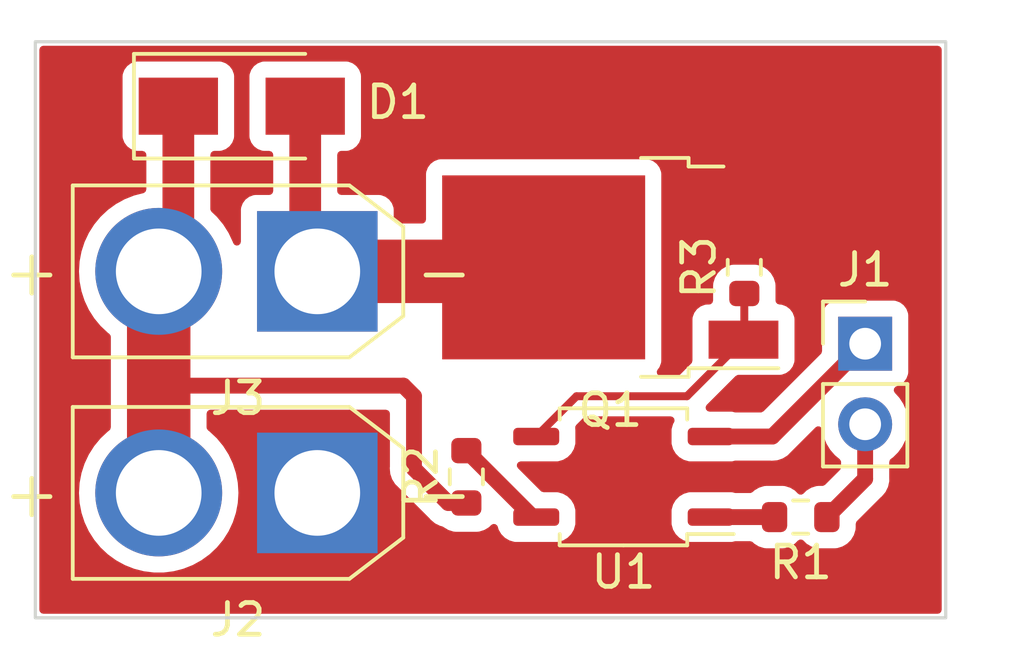
<source format=kicad_pcb>
(kicad_pcb (version 20211014) (generator pcbnew)
  (layers (0 "F.Cu" signal) (31 "B.Cu" signal) (34 "B.Paste" user) (35 "F.Paste" user) (36 "B.SilkS" user "B.Silkscreen") (37 "F.SilkS" user "F.Silkscreen") (38 "B.Mask" user) (39 "F.Mask" user) (44 "Edge.Cuts" user))
  (net 0 "")
  (net 1 "VBUS")
  (net 2 "Net-(D1-Pad2)")
  (net 3 "Net-(J1-Pad1)")
  (net 4 "Net-(J1-Pad2)")
  (net 5 "GND")
  (net 6 "Net-(Q1-Pad1)")
  (net 7 "Net-(R1-Pad2)")
  (net 8 "Net-(R2-Pad2)")
  (footprint "Resistor_SMD:R_0603_1608Metric" (layer "F.Cu") (at 90.17 72.39 90)
    (fp_text reference "R3" (at 0 -1.43 90) (layer "F.SilkS"))
    (fp_text value "R")
    (fp_line (start -0.237258 0.5225) (end 0.237258 0.5225) (layer "F.SilkS") (width 0.12))
    (fp_line (start -0.237258 -0.5225) (end 0.237258 -0.5225) (layer "F.SilkS") (width 0.12))
    (pad "1" smd roundrect (at -0.825 0 90) (size 0.8 0.95) (layers "F.Cu" "F.Paste" "F.Mask") (net 6 "Net-(Q1-Pad1)"))
    (pad "2" smd roundrect (at 0.825 0 90) (size 0.8 0.95) (layers "F.Cu" "F.Paste" "F.Mask") (net 5 "GND"))
  )
  (footprint "Resistor_SMD:R_0603_1608Metric" (layer "F.Cu") (at 81.407 78.994 90)
    (fp_text reference "R2" (at 0 -1.43 90) (layer "F.SilkS"))
    (fp_text value "R")
    (fp_line (start -0.237258 -0.5225) (end 0.237258 -0.5225) (layer "F.SilkS") (width 0.12))
    (fp_line (start -0.237258 0.5225) (end 0.237258 0.5225) (layer "F.SilkS") (width 0.12))
    (pad "1" smd roundrect (at -0.825 0 90) (size 0.8 0.95) (layers "F.Cu" "F.Paste" "F.Mask") (net 1 "VBUS"))
    (pad "2" smd roundrect (at 0.825 0 90) (size 0.8 0.95) (layers "F.Cu" "F.Paste" "F.Mask") (net 8 "Net-(R2-Pad2)"))
  )
  (footprint "Connector_AMASS:AMASS_XT30U-F_1x02_P5.0mm_Vertical" (layer "F.Cu") (at 76.708 79.502 180)
    (fp_text reference "J2" (at 2.5 -4) (layer "F.SilkS"))
    (fp_text value "Batt 3S")
    (fp_text user "-" (at -4 0) (layer "F.SilkS") (effects (font (size 1.5 1.5))))
    (fp_text user "+" (at 9 0) (layer "F.SilkS") (effects (font (size 1.5 1.5))))
    (fp_line (start 7.71 -2.71) (end 7.71 2.71) (layer "F.SilkS") (width 0.12))
    (fp_line (start -2.71 -1.41) (end -2.71 1.41) (layer "F.SilkS") (width 0.12))
    (fp_line (start -1.01 2.71) (end 7.71 2.71) (layer "F.SilkS") (width 0.12))
    (fp_line (start -2.71 1.41) (end -1.01 2.71) (layer "F.SilkS") (width 0.12))
    (fp_line (start -2.71 -1.41) (end -1.01 -2.71) (layer "F.SilkS") (width 0.12))
    (fp_line (start -1.01 -2.71) (end 7.71 -2.71) (layer "F.SilkS") (width 0.12))
    (pad "1" thru_hole rect (at 0 0 180) (size 3.8 3.8) (drill 2.7) (layers *.Cu *.Mask) (net 5 "GND"))
    (pad "2" thru_hole circle (at 5 0 180) (size 4 4) (drill 2.7) (layers *.Cu *.Mask) (net 1 "VBUS"))
  )
  (footprint "Connector_AMASS:AMASS_XT30U-F_1x02_P5.0mm_Vertical" (layer "F.Cu") (at 76.708 72.517 180)
    (fp_text reference "J3" (at 2.5 -4) (layer "F.SilkS"))
    (fp_text value "Starter moteur")
    (fp_text user "-" (at -4 0) (layer "F.SilkS") (effects (font (size 1.5 1.5))))
    (fp_text user "+" (at 9 0) (layer "F.SilkS") (effects (font (size 1.5 1.5))))
    (fp_line (start -2.71 -1.41) (end -2.71 1.41) (layer "F.SilkS") (width 0.12))
    (fp_line (start -2.71 -1.41) (end -1.01 -2.71) (layer "F.SilkS") (width 0.12))
    (fp_line (start 7.71 -2.71) (end 7.71 2.71) (layer "F.SilkS") (width 0.12))
    (fp_line (start -1.01 -2.71) (end 7.71 -2.71) (layer "F.SilkS") (width 0.12))
    (fp_line (start -1.01 2.71) (end 7.71 2.71) (layer "F.SilkS") (width 0.12))
    (fp_line (start -2.71 1.41) (end -1.01 2.71) (layer "F.SilkS") (width 0.12))
    (pad "1" thru_hole rect (at 0 0 180) (size 3.8 3.8) (drill 2.7) (layers *.Cu *.Mask) (net 2 "Net-(D1-Pad2)"))
    (pad "2" thru_hole circle (at 5 0 180) (size 4 4) (drill 2.7) (layers *.Cu *.Mask) (net 1 "VBUS"))
  )
  (footprint "Resistor_SMD:R_0603_1608Metric" (layer "F.Cu") (at 91.948 80.264 180)
    (fp_text reference "R1" (at 0 -1.43) (layer "F.SilkS"))
    (fp_text value "R")
    (fp_line (start -0.237258 0.5225) (end 0.237258 0.5225) (layer "F.SilkS") (width 0.12))
    (fp_line (start -0.237258 -0.5225) (end 0.237258 -0.5225) (layer "F.SilkS") (width 0.12))
    (pad "1" smd roundrect (at -0.825 0 180) (size 0.8 0.95) (layers "F.Cu" "F.Paste" "F.Mask") (net 4 "Net-(J1-Pad2)"))
    (pad "2" smd roundrect (at 0.825 0 180) (size 0.8 0.95) (layers "F.Cu" "F.Paste" "F.Mask") (net 7 "Net-(R1-Pad2)"))
  )
  (footprint "Connector_PinHeader_2.54mm:PinHeader_1x02_P2.54mm_Vertical" (layer "F.Cu") (at 93.98 74.798)
    (fp_text reference "J1" (at 0 -2.33) (layer "F.SilkS"))
    (fp_text value "Starter Xicoy")
    (fp_line (start -1.33 1.27) (end -1.33 3.87) (layer "F.SilkS") (width 0.12))
    (fp_line (start -1.33 -1.33) (end 0 -1.33) (layer "F.SilkS") (width 0.12))
    (fp_line (start -1.33 3.87) (end 1.33 3.87) (layer "F.SilkS") (width 0.12))
    (fp_line (start 1.33 1.27) (end 1.33 3.87) (layer "F.SilkS") (width 0.12))
    (fp_line (start -1.33 1.27) (end 1.33 1.27) (layer "F.SilkS") (width 0.12))
    (fp_line (start -1.33 0) (end -1.33 -1.33) (layer "F.SilkS") (width 0.12))
    (pad "1" thru_hole rect (at 0 0) (size 1.7 1.7) (drill 1) (layers *.Cu *.Mask) (net 3 "Net-(J1-Pad1)"))
    (pad "2" thru_hole oval (at 0 2.54) (size 1.7 1.7) (drill 1) (layers *.Cu *.Mask) (net 4 "Net-(J1-Pad2)"))
  )
  (footprint "Diode_SMD:D_SMA" (layer "F.Cu") (at 74.327 67.31)
    (fp_text reference "D1" (at 4.921 -0.127) (layer "F.SilkS"))
    (fp_text value "D_Schottky")
    (fp_line (start -3.4 1.65) (end 2 1.65) (layer "F.SilkS") (width 0.12))
    (fp_line (start -3.4 -1.65) (end 2 -1.65) (layer "F.SilkS") (width 0.12))
    (fp_line (start -3.4 -1.65) (end -3.4 1.65) (layer "F.SilkS") (width 0.12))
    (pad "1" smd rect (at -2 0) (size 2.5 1.8) (layers "F.Cu" "F.Paste" "F.Mask") (net 1 "VBUS"))
    (pad "2" smd rect (at 2 0) (size 2.5 1.8) (layers "F.Cu" "F.Paste" "F.Mask") (net 2 "Net-(D1-Pad2)"))
  )
  (footprint "Package_SO:SOP-4_3.8x4.1mm_P2.54mm" (layer "F.Cu") (at 86.36 78.994 180)
    (fp_text reference "U1" (at 0 -3) (layer "F.SilkS"))
    (fp_text value "EL817")
    (fp_line (start 2.01 -2.16) (end 2.01 -1.805) (layer "F.SilkS") (width 0.12))
    (fp_line (start 2.01 2.16) (end 2.01 1.805) (layer "F.SilkS") (width 0.12))
    (fp_line (start -2.01 2.16) (end -2.01 1.805) (layer "F.SilkS") (width 0.12))
    (fp_line (start -2.01 -2.16) (end -2.01 -1.805) (layer "F.SilkS") (width 0.12))
    (fp_line (start 0 -2.16) (end -2.01 -2.16) (layer "F.SilkS") (width 0.12))
    (fp_line (start 0 2.16) (end -2.01 2.16) (layer "F.SilkS") (width 0.12))
    (fp_line (start -2.01 -1.805) (end -3.475 -1.805) (layer "F.SilkS") (width 0.12))
    (fp_line (start 0 -2.16) (end 2.01 -2.16) (layer "F.SilkS") (width 0.12))
    (fp_line (start 0 2.16) (end 2.01 2.16) (layer "F.SilkS") (width 0.12))
    (pad "1" smd roundrect (at -2.75 -1.27 180) (size 1.45 0.55) (layers "F.Cu" "F.Paste" "F.Mask") (net 7 "Net-(R1-Pad2)"))
    (pad "2" smd roundrect (at -2.75 1.27 180) (size 1.45 0.55) (layers "F.Cu" "F.Paste" "F.Mask") (net 3 "Net-(J1-Pad1)"))
    (pad "3" smd roundrect (at 2.75 1.27 180) (size 1.45 0.55) (layers "F.Cu" "F.Paste" "F.Mask") (net 6 "Net-(Q1-Pad1)"))
    (pad "4" smd roundrect (at 2.75 -1.27 180) (size 1.45 0.55) (layers "F.Cu" "F.Paste" "F.Mask") (net 8 "Net-(R2-Pad2)"))
  )
  (footprint "Package_TO_SOT_SMD:TO-252-2" (layer "F.Cu") (at 85.944 72.391 180)
    (fp_text reference "Q1" (at 0 -4.5) (layer "F.SilkS"))
    (fp_text value "QM6006D")
    (fp_line (start -2.47 3.45) (end -2.47 3.18) (layer "F.SilkS") (width 0.12))
    (fp_line (start -2.47 -3.45) (end -2.47 -3.18) (layer "F.SilkS") (width 0.12))
    (fp_line (start -2.47 3.18) (end -3.57 3.18) (layer "F.SilkS") (width 0.12))
    (fp_line (start -2.47 -3.18) (end -5.3 -3.18) (layer "F.SilkS") (width 0.12))
    (fp_line (start -0.97 3.45) (end -2.47 3.45) (layer "F.SilkS") (width 0.12))
    (fp_line (start -0.97 -3.45) (end -2.47 -3.45) (layer "F.SilkS") (width 0.12))
    (pad "1" smd rect (at -4.2 -2.28 180) (size 2.2 1.2) (layers "F.Cu" "F.Paste" "F.Mask") (net 6 "Net-(Q1-Pad1)"))
    (pad "2" smd rect (at 2.1 0 180) (size 6.4 5.8) (layers "F.Cu" "F.Mask") (net 2 "Net-(D1-Pad2)"))
    (pad "3" smd rect (at -4.2 2.28 180) (size 2.2 1.2) (layers "F.Cu" "F.Paste" "F.Mask") (net 5 "GND"))
  )
  (gr_rect (start 67.818 65.278) (end 96.52 83.439) (layer "Edge.Cuts") (width 0.1) (fill none))
  (segment (start 72.327 67.31) (end 72.327 71.898) (width 1) (layer "F.Cu") (net 1))
  (segment (start 71.708 72.517) (end 71.708 76.12) (width 2) (layer "F.Cu") (net 1))
  (segment (start 79.422 76.12) (end 71.708 76.12) (width 0.5) (layer "F.Cu") (net 1))
  (segment (start 79.756 78.74) (end 79.756 76.454) (width 0.5) (layer "F.Cu") (net 1))
  (segment (start 71.708 76.12) (end 71.708 79.502) (width 2) (layer "F.Cu") (net 1))
  (segment (start 79.756 76.454) (end 79.422 76.12) (width 0.5) (layer "F.Cu") (net 1))
  (segment (start 72.327 71.898) (end 71.708 72.517) (width 1) (layer "F.Cu") (net 1))
  (segment (start 81.407 79.819) (end 80.835 79.819) (width 0.5) (layer "F.Cu") (net 1))
  (segment (start 80.835 79.819) (end 79.756 78.74) (width 0.5) (layer "F.Cu") (net 1))
  (segment (start 83.718 72.517) (end 83.844 72.391) (width 2) (layer "F.Cu") (net 2))
  (segment (start 76.327 72.136) (end 76.708 72.517) (width 1) (layer "F.Cu") (net 2))
  (segment (start 76.327 67.31) (end 76.327 72.136) (width 1) (layer "F.Cu") (net 2))
  (segment (start 76.708 72.517) (end 83.718 72.517) (width 2) (layer "F.Cu") (net 2))
  (segment (start 91.054 77.724) (end 93.98 74.798) (width 0.5) (layer "F.Cu") (net 3))
  (segment (start 89.11 77.724) (end 91.054 77.724) (width 0.5) (layer "F.Cu") (net 3))
  (segment (start 93.98 77.338) (end 93.98 79.057) (width 0.5) (layer "F.Cu") (net 4))
  (segment (start 93.98 79.057) (end 92.773 80.264) (width 0.5) (layer "F.Cu") (net 4))
  (segment (start 90.17 71.565) (end 90.17 70.137) (width 0.25) (layer "F.Cu") (net 5))
  (segment (start 90.17 70.137) (end 90.144 70.111) (width 0.25) (layer "F.Cu") (net 5))
  (segment (start 84.88 76.454) (end 88.361 76.454) (width 0.25) (layer "F.Cu") (net 6))
  (segment (start 90.17 74.645) (end 90.144 74.671) (width 0.25) (layer "F.Cu") (net 6))
  (segment (start 83.61 77.724) (end 84.88 76.454) (width 0.25) (layer "F.Cu") (net 6))
  (segment (start 88.361 76.454) (end 90.144 74.671) (width 0.25) (layer "F.Cu") (net 6))
  (segment (start 90.17 73.215) (end 90.17 74.645) (width 0.25) (layer "F.Cu") (net 6))
  (segment (start 91.123 80.264) (end 89.11 80.264) (width 0.5) (layer "F.Cu") (net 7))
  (segment (start 83.61 80.264) (end 83.502 80.264) (width 0.5) (layer "F.Cu") (net 8))
  (segment (start 83.502 80.264) (end 81.407 78.169) (width 0.5) (layer "F.Cu") (net 8))
  (zone (net 5) (net_name "GND") (layer "F.Cu") (connect_pads yes (clearance 0.508)) (min_thickness 0.254) (fill yes (thermal_gap 0.508) (thermal_bridge_width 0.508))
    (polygon (pts (xy 68.199 65.405) (xy 96.393 65.405) (xy 96.393 83.312) (xy 67.945 83.312) (xy 67.945 65.405)))
  )
)
</source>
